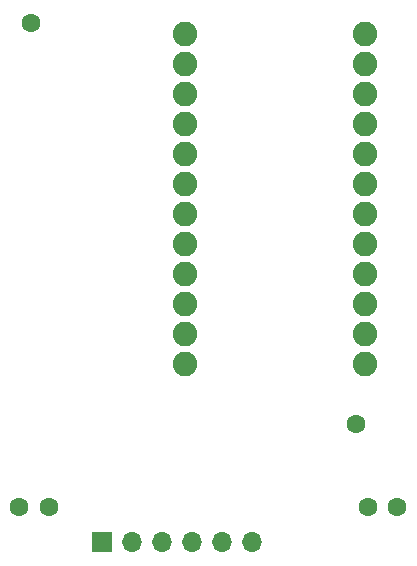
<source format=gbr>
%TF.GenerationSoftware,KiCad,Pcbnew,8.0.2-8.0.2-0~ubuntu22.04.1*%
%TF.CreationDate,2024-05-15T17:29:59+09:00*%
%TF.ProjectId,microcontroller_board,6d696372-6f63-46f6-9e74-726f6c6c6572,rev?*%
%TF.SameCoordinates,Original*%
%TF.FileFunction,Soldermask,Bot*%
%TF.FilePolarity,Negative*%
%FSLAX46Y46*%
G04 Gerber Fmt 4.6, Leading zero omitted, Abs format (unit mm)*
G04 Created by KiCad (PCBNEW 8.0.2-8.0.2-0~ubuntu22.04.1) date 2024-05-15 17:29:59*
%MOMM*%
%LPD*%
G01*
G04 APERTURE LIST*
%ADD10C,1.600000*%
%ADD11C,2.082800*%
%ADD12R,1.700000X1.700000*%
%ADD13O,1.700000X1.700000*%
G04 APERTURE END LIST*
D10*
%TO.C,H1*%
X95000000Y-37500000D03*
%TD*%
%TO.C,C1*%
X96500000Y-78500000D03*
X94000000Y-78500000D03*
%TD*%
D11*
%TO.C,B1*%
X108000000Y-38420000D03*
X108000000Y-40960000D03*
X108000000Y-43500000D03*
X108000000Y-46040000D03*
X108000000Y-48580000D03*
X108000000Y-51120000D03*
X108000000Y-53660000D03*
X108000000Y-56200000D03*
X108000000Y-58740000D03*
X108000000Y-61280000D03*
X108000000Y-63820000D03*
X108000000Y-66360000D03*
X123240000Y-66360000D03*
X123240000Y-63820000D03*
X123240000Y-61280000D03*
X123240000Y-58740000D03*
X123240000Y-56200000D03*
X123240000Y-53660000D03*
X123240000Y-51120000D03*
X123240000Y-48580000D03*
X123240000Y-46040000D03*
X123240000Y-43500000D03*
X123240000Y-40960000D03*
X123240000Y-38420000D03*
%TD*%
D12*
%TO.C,J1*%
X101000000Y-81500000D03*
D13*
X103540000Y-81500000D03*
X106080000Y-81500000D03*
X108620000Y-81500000D03*
X111160000Y-81500000D03*
X113700000Y-81500000D03*
%TD*%
D10*
%TO.C,H2*%
X122500000Y-71500000D03*
%TD*%
%TO.C,C2*%
X123500000Y-78500000D03*
X126000000Y-78500000D03*
%TD*%
M02*

</source>
